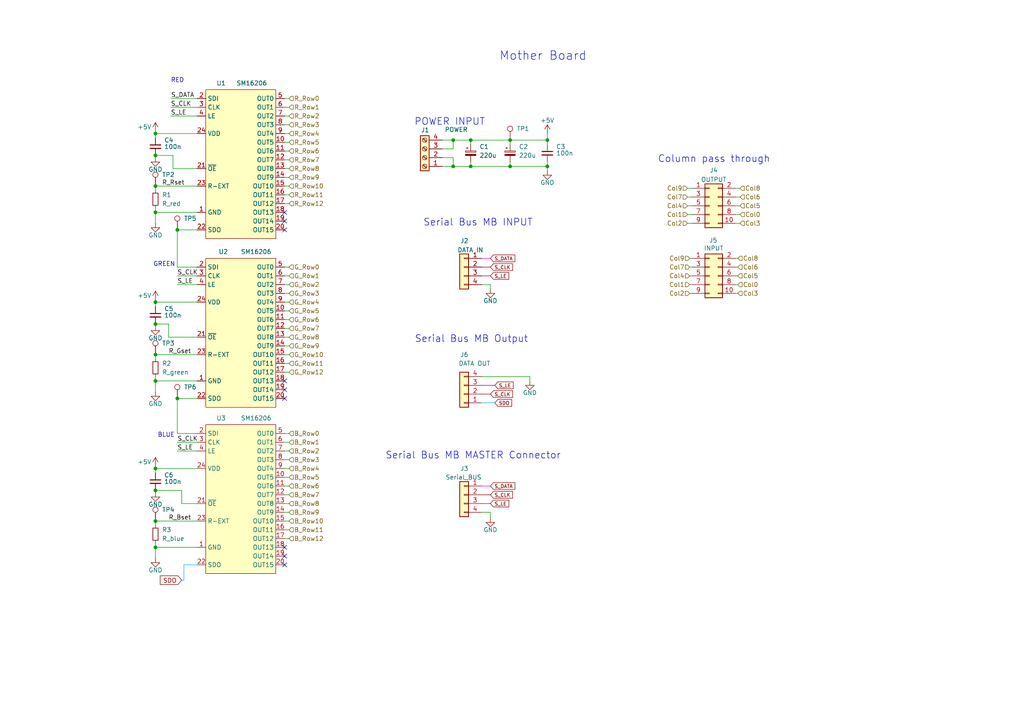
<source format=kicad_sch>
(kicad_sch (version 20230121) (generator eeschema)
  (paper "A4")
  (lib_symbols
    (symbol "Connector:Screw_Terminal_01x04" (pin_names (offset 1.016) hide)
      (property "Reference" "J" (at 0 5.08 0))
      (property "Value" "Screw_Terminal_01x04" (at 0 -7.62 0))
      (symbol "Screw_Terminal_01x04_1_1"
        (rectangle (start -1.27 3.81) (end 1.27 -6.35) (stroke (width 0.254)) (fill (type background)))
        (circle (center 0 -5.08) (radius 0.635) (stroke (width 0.1524)))
        (circle (center 0 -2.54) (radius 0.635) (stroke (width 0.1524)))
        (polyline (pts (xy -0.5334 -4.7498) (xy 0.3302 -5.588)) (stroke (width 0.1524)))
        (polyline (pts (xy -0.5334 -2.2098) (xy 0.3302 -3.048)) (stroke (width 0.1524)))
        (polyline (pts (xy -0.5334 0.3302) (xy 0.3302 -0.508)) (stroke (width 0.1524)))
        (polyline (pts (xy -0.5334 2.8702) (xy 0.3302 2.032)) (stroke (width 0.1524)))
        (polyline (pts (xy -0.3556 -4.572) (xy 0.508 -5.4102)) (stroke (width 0.1524)))
        (polyline (pts (xy -0.3556 -2.032) (xy 0.508 -2.8702)) (stroke (width 0.1524)))
        (polyline (pts (xy -0.3556 0.508) (xy 0.508 -0.3302)) (stroke (width 0.1524)))
        (polyline (pts (xy -0.3556 3.048) (xy 0.508 2.2098)) (stroke (width 0.1524)))
        (circle (center 0 0) (radius 0.635) (stroke (width 0.1524)))
        (circle (center 0 2.54) (radius 0.635) (stroke (width 0.1524)))
        (pin passive line (at -5.08 2.54 0) (length 3.81) (name "Pin_1") (number "1"))
        (pin passive line (at -5.08 0 0) (length 3.81) (name "Pin_2") (number "2"))
        (pin passive line (at -5.08 -2.54 0) (length 3.81) (name "Pin_3") (number "3"))
        (pin passive line (at -5.08 -5.08 0) (length 3.81) (name "Pin_4") (number "4"))
      )
    )
    (symbol "Connector:TestPoint" (pin_numbers hide) (pin_names (offset 0.762) hide)
      (property "Reference" "TP" (at 0 6.858 0))
      (property "Value" "TestPoint" (at 0 5.08 0))
      (symbol "TestPoint_0_1"
        (circle (center 0 3.302) (radius 0.762))
      )
      (symbol "TestPoint_1_1"
        (pin passive line (at 0 0 90) (length 2.54) (name "1") (number "1"))
      )
    )
    (symbol "Connector_Generic:Conn_01x04" (pin_names (offset 1.016) hide)
      (property "Reference" "J" (at 0 5.08 0))
      (property "Value" "Conn_01x04" (at 0 -7.62 0))
      (symbol "Conn_01x04_1_1"
        (rectangle (start -1.27 -4.953) (end 0 -5.207) (stroke (width 0.1524)))
        (rectangle (start -1.27 -2.413) (end 0 -2.667) (stroke (width 0.1524)))
        (rectangle (start -1.27 0.127) (end 0 -0.127) (stroke (width 0.1524)))
        (rectangle (start -1.27 2.667) (end 0 2.413) (stroke (width 0.1524)))
        (rectangle (start -1.27 3.81) (end 1.27 -6.35) (stroke (width 0.254)) (fill (type background)))
        (pin passive line (at -5.08 2.54 0) (length 3.81) (name "Pin_1") (number "1"))
        (pin passive line (at -5.08 0 0) (length 3.81) (name "Pin_2") (number "2"))
        (pin passive line (at -5.08 -2.54 0) (length 3.81) (name "Pin_3") (number "3"))
        (pin passive line (at -5.08 -5.08 0) (length 3.81) (name "Pin_4") (number "4"))
      )
    )
    (symbol "Connector_Generic:Conn_02x05_Odd_Even" (pin_names (offset 1.016) hide)
      (property "Reference" "J" (at 1.27 7.62 0))
      (property "Value" "Conn_02x05_Odd_Even" (at 1.27 -7.62 0))
      (symbol "Conn_02x05_Odd_Even_1_1"
        (rectangle (start -1.27 -4.953) (end 0 -5.207) (stroke (width 0.1524)))
        (rectangle (start -1.27 -2.413) (end 0 -2.667) (stroke (width 0.1524)))
        (rectangle (start -1.27 0.127) (end 0 -0.127) (stroke (width 0.1524)))
        (rectangle (start -1.27 2.667) (end 0 2.413) (stroke (width 0.1524)))
        (rectangle (start -1.27 5.207) (end 0 4.953) (stroke (width 0.1524)))
        (rectangle (start -1.27 6.35) (end 3.81 -6.35) (stroke (width 0.254)) (fill (type background)))
        (rectangle (start 3.81 -4.953) (end 2.54 -5.207) (stroke (width 0.1524)))
        (rectangle (start 3.81 -2.413) (end 2.54 -2.667) (stroke (width 0.1524)))
        (rectangle (start 3.81 0.127) (end 2.54 -0.127) (stroke (width 0.1524)))
        (rectangle (start 3.81 2.667) (end 2.54 2.413) (stroke (width 0.1524)))
        (rectangle (start 3.81 5.207) (end 2.54 4.953) (stroke (width 0.1524)))
        (pin passive line (at -5.08 5.08 0) (length 3.81) (name "Pin_1") (number "1"))
        (pin passive line (at 7.62 -5.08 180) (length 3.81) (name "Pin_10") (number "10"))
        (pin passive line (at 7.62 5.08 180) (length 3.81) (name "Pin_2") (number "2"))
        (pin passive line (at -5.08 2.54 0) (length 3.81) (name "Pin_3") (number "3"))
        (pin passive line (at 7.62 2.54 180) (length 3.81) (name "Pin_4") (number "4"))
        (pin passive line (at -5.08 0 0) (length 3.81) (name "Pin_5") (number "5"))
        (pin passive line (at 7.62 0 180) (length 3.81) (name "Pin_6") (number "6"))
        (pin passive line (at -5.08 -2.54 0) (length 3.81) (name "Pin_7") (number "7"))
        (pin passive line (at 7.62 -2.54 180) (length 3.81) (name "Pin_8") (number "8"))
        (pin passive line (at -5.08 -5.08 0) (length 3.81) (name "Pin_9") (number "9"))
      )
    )
    (symbol "Device:C_Polarized_Small" (pin_numbers hide) (pin_names (offset 0.254) hide)
      (property "Reference" "C" (at 0.254 1.778 0))
      (property "Value" "C_Polarized_Small" (at 0.254 -2.032 0))
      (symbol "C_Polarized_Small_0_1"
        (rectangle (start -1.524 -0.3048) (end 1.524 -0.6858) (fill (type outline)))
        (rectangle (start -1.524 0.6858) (end 1.524 0.3048))
        (polyline (pts (xy -1.27 1.524) (xy -0.762 1.524)))
        (polyline (pts (xy -1.016 1.27) (xy -1.016 1.778)))
      )
      (symbol "C_Polarized_Small_1_1"
        (pin passive line (at 0 2.54 270) (length 1.8542) (name "~") (number "1"))
        (pin passive line (at 0 -2.54 90) (length 1.8542) (name "~") (number "2"))
      )
    )
    (symbol "Device:C_Small" (pin_numbers hide) (pin_names (offset 0.254) hide)
      (property "Reference" "C" (at 0.254 1.778 0))
      (property "Value" "C_Small" (at 0.254 -2.032 0))
      (symbol "C_Small_0_1"
        (polyline (pts (xy -1.524 -0.508) (xy 1.524 -0.508)) (stroke (width 0.3302)))
        (polyline (pts (xy -1.524 0.508) (xy 1.524 0.508)) (stroke (width 0.3048)))
      )
      (symbol "C_Small_1_1"
        (pin passive line (at 0 2.54 270) (length 2.032) (name "~") (number "1"))
        (pin passive line (at 0 -2.54 90) (length 2.032) (name "~") (number "2"))
      )
    )
    (symbol "Device:R_Small" (pin_numbers hide) (pin_names (offset 0.254) hide)
      (property "Reference" "R" (at 0.762 0.508 0))
      (property "Value" "R_Small" (at 0.762 -1.016 0))
      (symbol "R_Small_0_1"
        (rectangle (start -0.762 1.778) (end 0.762 -1.778) (stroke (width 0.2032)))
      )
      (symbol "R_Small_1_1"
        (pin passive line (at 0 2.54 270) (length 0.762) (name "~") (number "1"))
        (pin passive line (at 0 -2.54 90) (length 0.762) (name "~") (number "2"))
      )
    )
    (symbol "SM16206:SM16206"
      (property "Reference" "U" (at 0 27.94 0))
      (property "Value" "SM16206" (at 0 25.4 0))
      (symbol "SM16206_0_1"
        (rectangle (start -10.16 22.86) (end 10.16 -20.32) (fill (type background)))
      )
      (symbol "SM16206_1_1"
        (pin input line (at -12.7 -12.7 0) (length 2.54) (name "GND") (number "1"))
        (pin output line (at 12.7 7.62 180) (length 2.54) (name "OUT5") (number "10"))
        (pin output line (at 12.7 5.08 180) (length 2.54) (name "OUT6") (number "11"))
        (pin output line (at 12.7 2.54 180) (length 2.54) (name "OUT7") (number "12"))
        (pin output line (at 12.7 0 180) (length 2.54) (name "OUT8") (number "13"))
        (pin output line (at 12.7 -2.54 180) (length 2.54) (name "OUT9") (number "14"))
        (pin output line (at 12.7 -5.08 180) (length 2.54) (name "OUT10") (number "15"))
        (pin output line (at 12.7 -7.62 180) (length 2.54) (name "OUT11") (number "16"))
        (pin output line (at 12.7 -10.16 180) (length 2.54) (name "OUT12") (number "17"))
        (pin output line (at 12.7 -12.7 180) (length 2.54) (name "OUT13") (number "18"))
        (pin output line (at 12.7 -15.24 180) (length 2.54) (name "OUT14") (number "19"))
        (pin input line (at -12.7 20.32 0) (length 2.54) (name "SDI") (number "2"))
        (pin output line (at 12.7 -17.78 180) (length 2.54) (name "OUT15") (number "20"))
        (pin input line (at -12.7 0 0) (length 2.54) (name "~{OE}") (number "21"))
        (pin output line (at -12.7 -17.78 0) (length 2.54) (name "SDO") (number "22"))
        (pin input line (at -12.7 -5.08 0) (length 2.54) (name "R-EXT") (number "23"))
        (pin input line (at -12.7 10.16 0) (length 2.54) (name "VDD") (number "24"))
        (pin input line (at -12.7 17.78 0) (length 2.54) (name "CLK") (number "3"))
        (pin input line (at -12.7 15.24 0) (length 2.54) (name "LE") (number "4"))
        (pin output line (at 12.7 20.32 180) (length 2.54) (name "OUT0") (number "5"))
        (pin output line (at 12.7 17.78 180) (length 2.54) (name "OUT1") (number "6"))
        (pin output line (at 12.7 15.24 180) (length 2.54) (name "OUT2") (number "7"))
        (pin output line (at 12.7 12.7 180) (length 2.54) (name "OUT3") (number "8"))
        (pin output line (at 12.7 10.16 180) (length 2.54) (name "OUT4") (number "9"))
      )
    )
    (symbol "power:+5V" (power) (pin_names (offset 0))
      (property "Value" "+5V" (at 0 3.556 0))
      (symbol "+5V_0_1"
        (polyline (pts (xy -0.762 1.27) (xy 0 2.54)))
        (polyline (pts (xy 0 0) (xy 0 2.54)))
        (polyline (pts (xy 0 2.54) (xy 0.762 1.27)))
      )
      (symbol "+5V_1_1"
        (pin power_in line (at 0 0 90) (length 0) hide (name "+5V") (number "1"))
      )
    )
    (symbol "power:GND" (power) (pin_names (offset 0))
      (property "Value" "GND" (at 0 -3.81 0))
      (symbol "GND_0_1"
        (polyline (pts (xy 0 0) (xy 0 -1.27) (xy 1.27 -1.27) (xy 0 -2.54) (xy -1.27 -1.27) (xy 0 -1.27)))
      )
      (symbol "GND_1_1"
        (pin power_in line (at 0 0 270) (length 0) hide (name "GND") (number "1"))
      )
    )
  )
  (junction (at 45.085 61.595))
  (junction (at 158.75 48.26))
  (junction (at 136.525 40.64))
  (junction (at 45.085 135.89))
  (junction (at 45.085 93.98))
  (junction (at 45.085 87.63))
  (junction (at 131.445 40.64))
  (junction (at 147.955 40.64))
  (junction (at 45.085 142.24))
  (junction (at 147.955 48.26))
  (junction (at 45.085 38.735))
  (junction (at 45.085 102.87))
  (junction (at 45.085 158.75))
  (junction (at 45.085 110.49))
  (junction (at 45.085 151.13))
  (junction (at 131.445 48.26))
  (junction (at 136.525 48.26))
  (junction (at 45.085 45.085))
  (junction (at 51.435 66.675))
  (junction (at 158.75 40.64))
  (junction (at 51.435 115.57))
  (junction (at 45.085 53.975))
  (no_connect (at 82.55 110.49))
  (no_connect (at 82.55 66.675))
  (no_connect (at 82.55 115.57))
  (no_connect (at 82.55 113.03))
  (no_connect (at 82.55 61.595))
  (no_connect (at 82.55 64.135))
  (no_connect (at 82.55 161.29))
  (no_connect (at 82.55 158.75))
  (no_connect (at 82.55 163.83))
  (wire (pts (xy 51.435 82.55) (xy 57.15 82.55)))
  (wire (pts (xy 51.435 80.01) (xy 57.15 80.01)))
  (wire (pts (xy 200.025 77.47) (xy 200.66 77.47)))
  (wire (pts (xy 45.085 38.735) (xy 57.15 38.735)))
  (wire (pts (xy 83.82 36.195) (xy 82.55 36.195)))
  (wire (pts (xy 57.15 146.05) (xy 52.705 146.05)))
  (wire (pts (xy 83.82 135.89) (xy 82.55 135.89)))
  (wire (pts (xy 48.895 97.79) (xy 48.895 93.98)))
  (wire (pts (xy 51.435 128.27) (xy 57.15 128.27)))
  (wire (pts (xy 45.085 110.49) (xy 45.085 113.665)))
  (wire (pts (xy 83.82 130.81) (xy 82.55 130.81)))
  (wire (pts (xy 45.085 87.63) (xy 57.15 87.63)))
  (wire (pts (xy 83.82 102.87) (xy 82.55 102.87)))
  (wire (pts (xy 45.085 94.615) (xy 45.085 93.98)))
  (wire (pts (xy 136.525 40.64) (xy 147.955 40.64)))
  (wire (pts (xy 53.34 163.83) (xy 53.34 168.275)) (stroke (width 0) (color 0 174 255 1)))
  (wire (pts (xy 45.085 151.13) (xy 57.15 151.13)))
  (wire (pts (xy 83.82 128.27) (xy 82.55 128.27)))
  (wire (pts (xy 57.15 48.895) (xy 50.165 48.895)))
  (wire (pts (xy 200.025 82.55) (xy 200.66 82.55)))
  (wire (pts (xy 83.82 85.09) (xy 82.55 85.09)))
  (wire (pts (xy 57.15 97.79) (xy 48.895 97.79)))
  (wire (pts (xy 153.67 109.22) (xy 139.7 109.22)))
  (wire (pts (xy 199.39 59.69) (xy 200.66 59.69)))
  (wire (pts (xy 45.085 88.9) (xy 45.085 87.63)))
  (wire (pts (xy 83.82 153.67) (xy 82.55 153.67)))
  (wire (pts (xy 83.82 95.25) (xy 82.55 95.25)))
  (wire (pts (xy 45.085 38.1) (xy 45.085 38.735)))
  (wire (pts (xy 83.82 148.59) (xy 82.55 148.59)))
  (wire (pts (xy 45.085 102.87) (xy 57.15 102.87)))
  (wire (pts (xy 45.085 109.22) (xy 45.085 110.49)))
  (wire (pts (xy 57.15 115.57) (xy 51.435 115.57)))
  (wire (pts (xy 199.39 54.61) (xy 200.66 54.61)))
  (wire (pts (xy 83.82 48.895) (xy 82.55 48.895)))
  (wire (pts (xy 45.085 157.48) (xy 45.085 158.75)))
  (wire (pts (xy 213.995 85.09) (xy 213.36 85.09)))
  (wire (pts (xy 142.24 83.82) (xy 142.24 82.55)))
  (wire (pts (xy 83.82 59.055) (xy 82.55 59.055)))
  (wire (pts (xy 128.27 43.18) (xy 131.445 43.18)))
  (wire (pts (xy 136.525 40.64) (xy 136.525 41.91)))
  (wire (pts (xy 83.82 80.01) (xy 82.55 80.01)))
  (wire (pts (xy 143.51 116.84) (xy 139.7 116.84)) (stroke (width 0) (color 0 174 255 1)))
  (wire (pts (xy 147.955 40.64) (xy 158.75 40.64)))
  (wire (pts (xy 45.085 55.245) (xy 45.085 53.975)))
  (wire (pts (xy 57.15 61.595) (xy 45.085 61.595)))
  (wire (pts (xy 147.955 41.91) (xy 147.955 40.64)))
  (wire (pts (xy 83.82 43.815) (xy 82.55 43.815)))
  (wire (pts (xy 45.085 152.4) (xy 45.085 151.13)))
  (wire (pts (xy 51.435 66.675) (xy 51.435 77.47)))
  (wire (pts (xy 83.82 56.515) (xy 82.55 56.515)))
  (wire (pts (xy 200.025 85.09) (xy 200.66 85.09)))
  (wire (pts (xy 199.39 62.23) (xy 200.66 62.23)))
  (wire (pts (xy 83.82 28.575) (xy 82.55 28.575)))
  (wire (pts (xy 51.435 77.47) (xy 57.15 77.47)))
  (wire (pts (xy 147.955 48.26) (xy 136.525 48.26)))
  (wire (pts (xy 83.82 105.41) (xy 82.55 105.41)))
  (wire (pts (xy 199.39 57.15) (xy 200.66 57.15)))
  (wire (pts (xy 45.085 135.89) (xy 57.15 135.89)))
  (wire (pts (xy 48.895 93.98) (xy 45.085 93.98)))
  (wire (pts (xy 83.82 100.33) (xy 82.55 100.33)))
  (wire (pts (xy 83.82 97.79) (xy 82.55 97.79)))
  (wire (pts (xy 45.085 60.325) (xy 45.085 61.595)))
  (wire (pts (xy 49.53 33.655) (xy 57.15 33.655)))
  (wire (pts (xy 214.63 57.15) (xy 213.36 57.15)))
  (wire (pts (xy 57.15 158.75) (xy 45.085 158.75)))
  (wire (pts (xy 158.75 40.64) (xy 158.75 41.91)))
  (wire (pts (xy 200.025 80.01) (xy 200.66 80.01)))
  (wire (pts (xy 142.24 148.59) (xy 139.7 148.59)))
  (wire (pts (xy 51.435 125.73) (xy 57.15 125.73)))
  (wire (pts (xy 83.82 77.47) (xy 82.55 77.47)))
  (wire (pts (xy 45.085 137.16) (xy 45.085 135.89)))
  (wire (pts (xy 49.53 31.115) (xy 57.15 31.115)))
  (wire (pts (xy 139.7 80.01) (xy 142.24 80.01)) (stroke (width 0) (color 132 0 132 1)))
  (wire (pts (xy 83.82 138.43) (xy 82.55 138.43)))
  (wire (pts (xy 57.15 28.575) (xy 49.5884 28.575)))
  (wire (pts (xy 83.82 140.97) (xy 82.55 140.97)))
  (wire (pts (xy 83.82 33.655) (xy 82.55 33.655)))
  (wire (pts (xy 45.085 158.75) (xy 45.085 161.925)))
  (wire (pts (xy 128.27 45.72) (xy 131.445 45.72)))
  (wire (pts (xy 143.51 111.76) (xy 139.7 111.76)) (stroke (width 0) (color 132 0 132 1)))
  (wire (pts (xy 83.82 107.95) (xy 82.55 107.95)))
  (wire (pts (xy 57.15 163.83) (xy 53.34 163.83)) (stroke (width 0) (color 0 174 255 1)))
  (wire (pts (xy 53.34 168.275) (xy 52.705 168.275)) (stroke (width 0) (color 0 174 255 1)))
  (wire (pts (xy 83.82 51.435) (xy 82.55 51.435)))
  (wire (pts (xy 131.445 40.64) (xy 136.525 40.64)))
  (wire (pts (xy 45.085 61.595) (xy 45.085 64.77)))
  (wire (pts (xy 142.24 114.3) (xy 139.7 114.3)) (stroke (width 0) (color 132 0 0 1)))
  (wire (pts (xy 147.955 46.99) (xy 147.955 48.26)))
  (wire (pts (xy 83.82 143.51) (xy 82.55 143.51)))
  (wire (pts (xy 139.7 74.93) (xy 142.24 74.93)) (stroke (width 0) (color 255 0 176 1)))
  (wire (pts (xy 139.7 140.97) (xy 142.24 140.97)) (stroke (width 0) (color 255 0 176 1)))
  (wire (pts (xy 83.82 53.975) (xy 82.55 53.975)))
  (wire (pts (xy 128.27 40.64) (xy 131.445 40.64)))
  (wire (pts (xy 50.165 45.085) (xy 45.085 45.085)))
  (wire (pts (xy 136.525 46.99) (xy 136.525 48.26)))
  (wire (pts (xy 214.63 54.61) (xy 213.36 54.61)))
  (wire (pts (xy 51.435 130.81) (xy 57.15 130.81)))
  (wire (pts (xy 52.705 146.05) (xy 52.705 142.24)))
  (wire (pts (xy 139.7 143.51) (xy 142.24 143.51)) (stroke (width 0) (color 132 0 0 1)))
  (wire (pts (xy 83.82 146.05) (xy 82.55 146.05)))
  (wire (pts (xy 45.085 86.995) (xy 45.085 87.63)))
  (wire (pts (xy 139.7 146.05) (xy 142.24 146.05)) (stroke (width 0) (color 132 0 132 1)))
  (wire (pts (xy 45.085 142.875) (xy 45.085 142.24)))
  (wire (pts (xy 45.085 104.14) (xy 45.085 102.87)))
  (wire (pts (xy 153.67 110.49) (xy 153.67 109.22)))
  (wire (pts (xy 83.82 151.13) (xy 82.55 151.13)))
  (wire (pts (xy 83.82 46.355) (xy 82.55 46.355)))
  (wire (pts (xy 45.085 40.005) (xy 45.085 38.735)))
  (wire (pts (xy 45.085 45.72) (xy 45.085 45.085)))
  (wire (pts (xy 51.435 115.57) (xy 51.435 125.73)))
  (wire (pts (xy 83.82 125.73) (xy 82.55 125.73)))
  (wire (pts (xy 83.82 87.63) (xy 82.55 87.63)))
  (wire (pts (xy 57.15 66.675) (xy 51.435 66.675)))
  (wire (pts (xy 131.445 45.72) (xy 131.445 48.26)))
  (wire (pts (xy 131.445 48.26) (xy 136.525 48.26)))
  (wire (pts (xy 213.995 80.01) (xy 213.36 80.01)))
  (wire (pts (xy 83.82 38.735) (xy 82.55 38.735)))
  (wire (pts (xy 213.995 74.93) (xy 213.36 74.93)))
  (wire (pts (xy 52.705 142.24) (xy 45.085 142.24)))
  (wire (pts (xy 50.165 48.895) (xy 50.165 45.085)))
  (wire (pts (xy 214.63 59.69) (xy 213.36 59.69)))
  (wire (pts (xy 139.7 77.47) (xy 142.24 77.47)) (stroke (width 0) (color 132 0 0 1)))
  (wire (pts (xy 200.025 74.93) (xy 200.66 74.93)))
  (wire (pts (xy 83.82 41.275) (xy 82.55 41.275)))
  (wire (pts (xy 57.15 110.49) (xy 45.085 110.49)))
  (wire (pts (xy 45.085 135.255) (xy 45.085 135.89)))
  (wire (pts (xy 142.24 82.55) (xy 139.7 82.55)))
  (wire (pts (xy 214.63 62.23) (xy 213.36 62.23)))
  (wire (pts (xy 83.82 156.21) (xy 82.55 156.21)))
  (wire (pts (xy 213.995 82.55) (xy 213.36 82.55)))
  (wire (pts (xy 83.82 31.115) (xy 82.55 31.115)))
  (wire (pts (xy 199.39 64.77) (xy 200.66 64.77)))
  (wire (pts (xy 147.955 48.26) (xy 158.75 48.26)))
  (wire (pts (xy 158.75 48.26) (xy 158.75 46.99)))
  (wire (pts (xy 131.445 43.18) (xy 131.445 40.64)))
  (wire (pts (xy 83.82 90.17) (xy 82.55 90.17)))
  (wire (pts (xy 158.75 38.735) (xy 158.75 40.64)))
  (wire (pts (xy 45.085 53.975) (xy 57.15 53.975)))
  (wire (pts (xy 83.82 92.71) (xy 82.55 92.71)))
  (wire (pts (xy 83.82 82.55) (xy 82.55 82.55)))
  (wire (pts (xy 142.24 150.241) (xy 142.24 148.59)))
  (wire (pts (xy 213.995 77.47) (xy 213.36 77.47)))
  (wire (pts (xy 158.75 48.26) (xy 158.75 49.53)))
  (wire (pts (xy 214.63 64.77) (xy 213.36 64.77)))
  (wire (pts (xy 83.82 133.35) (xy 82.55 133.35)))
  (wire (pts (xy 131.445 48.26) (xy 128.27 48.26)))
  (text "Serial Bus MB MASTER Connector" (at 111.76 133.35 0) (effects (font (size 2 2)) (justify left bottom)))
  (text "BLUE\n" (at 45.72 127 0) (effects (font (size 1.27 1.27)) (justify left bottom)))
  (text "RED" (at 49.53 24.13 0) (effects (font (size 1.27 1.27)) (justify left bottom)))
  (text "Serial Bus MB INPUT\n" (at 154.559 65.786 0) (effects (font (size 2 2)) (justify right bottom)))
  (text "Mother Board\n" (at 144.78 17.78 0) (effects (font (size 2.5 2.5)) (justify left bottom)))
  (text "Serial Bus MB Output\n" (at 120.269 99.568 0) (effects (font (size 2 2)) (justify left bottom)))
  (text "POWER INPUT\n" (at 120.142 36.576 0) (effects (font (size 2 2)) (justify left bottom)))
  (text "Column pass through" (at 190.754 47.371 0) (effects (font (size 2 2)) (justify left bottom)))
  (text "GREEN\n" (at 44.45 77.47 0) (effects (font (size 1.27 1.27)) (justify left bottom)))
  (label "R_Bset" (at 48.895 151.13 0))
  (label "S_LE" (at 51.435 130.81 0))
  (label "R_Rset" (at 46.99 53.975 0))
  (label "S_DATA" (at 49.5884 28.575 0))
  (label "S_LE" (at 51.435 82.55 0))
  (label "S_CLK" (at 51.435 80.01 0))
  (label "S_CLK" (at 51.435 128.27 0))
  (label "S_CLK" (at 49.53 31.115 0))
  (label "S_LE" (at 49.53 33.655 0))
  (label "R_Gset" (at 48.895 102.87 0))
  (global_label "S_DATA" (shape input) (at 142.24 140.97 0) (effects (font (size 1 1))) (property "Intersheetrefs" "${INTERSHEET_REFS}" (effects hide)))
  (global_label "S_CLK" (shape input) (at 142.24 77.47 0) (effects (font (size 1 1))) (property "Intersheetrefs" "${INTERSHEET_REFS}" (effects hide)))
  (global_label "S_CLK" (shape input) (at 142.24 114.3 0) (effects (font (size 1 1))) (property "Intersheetrefs" "${INTERSHEET_REFS}" (effects hide)))
  (global_label "SDO" (shape input) (at 143.51 116.84 0) (effects (font (size 1 1))) (property "Intersheetrefs" "${INTERSHEET_REFS}" (effects hide)))
  (global_label "S_LE" (shape input) (at 142.24 146.05 0) (effects (font (size 1 1))) (property "Intersheetrefs" "${INTERSHEET_REFS}" (effects hide)))
  (global_label "S_CLK" (shape input) (at 142.24 143.51 0) (effects (font (size 1 1))) (property "Intersheetrefs" "${INTERSHEET_REFS}" (effects hide)))
  (global_label "S_LE" (shape input) (at 142.24 80.01 0) (effects (font (size 1 1))) (property "Intersheetrefs" "${INTERSHEET_REFS}" (effects hide)))
  (global_label "S_DATA" (shape input) (at 142.24 74.93 0) (effects (font (size 1 1))) (property "Intersheetrefs" "${INTERSHEET_REFS}" (effects hide)))
  (global_label "SDO" (shape input) (at 52.705 168.275 180) (property "Intersheetrefs" "${INTERSHEET_REFS}" (effects hide)))
  (global_label "S_LE" (shape input) (at 143.51 111.76 0) (effects (font (size 1 1))) (property "Intersheetrefs" "${INTERSHEET_REFS}" (effects hide)))
  (hierarchical_label "R_Row2" (shape input) (at 83.82 33.655 0))
  (hierarchical_label "G_Row5" (shape input) (at 83.82 90.17 0))
  (hierarchical_label "B_Row6" (shape input) (at 83.82 140.97 0))
  (hierarchical_label "B_Row5" (shape input) (at 83.82 138.43 0))
  (hierarchical_label "Col3" (shape input) (at 213.995 85.09 0))
  (hierarchical_label "R_Row11" (shape input) (at 83.82 56.515 0))
  (hierarchical_label "B_Row8" (shape input) (at 83.82 146.05 0))
  (hierarchical_label "G_Row4" (shape input) (at 83.82 87.63 0))
  (hierarchical_label "Col5" (shape input) (at 213.995 80.01 0))
  (hierarchical_label "Col6" (shape input) (at 213.995 77.47 0))
  (hierarchical_label "R_Row4" (shape input) (at 83.82 38.735 0))
  (hierarchical_label "R_Row8" (shape input) (at 83.82 48.895 0))
  (hierarchical_label "B_Row9" (shape input) (at 83.82 148.59 0))
  (hierarchical_label "G_Row6" (shape input) (at 83.82 92.71 0))
  (hierarchical_label "R_Row12" (shape input) (at 83.82 59.055 0))
  (hierarchical_label "G_Row0" (shape input) (at 83.82 77.47 0))
  (hierarchical_label "Col9" (shape input) (at 200.025 74.93 180))
  (hierarchical_label "R_Row10" (shape input) (at 83.82 53.975 0))
  (hierarchical_label "G_Row1" (shape input) (at 83.82 80.01 0))
  (hierarchical_label "G_Row9" (shape input) (at 83.82 100.33 0))
  (hierarchical_label "Col0" (shape input) (at 213.995 82.55 0))
  (hierarchical_label "R_Row7" (shape input) (at 83.82 46.355 0))
  (hierarchical_label "Col7" (shape input) (at 200.025 77.47 180))
  (hierarchical_label "B_Row1" (shape input) (at 83.82 128.27 0))
  (hierarchical_label "Col4" (shape input) (at 199.39 59.69 180))
  (hierarchical_label "Col8" (shape input) (at 213.995 74.93 0))
  (hierarchical_label "B_Row0" (shape input) (at 83.82 125.73 0))
  (hierarchical_label "G_Row2" (shape input) (at 83.82 82.55 0))
  (hierarchical_label "Col1" (shape input) (at 200.025 82.55 180))
  (hierarchical_label "R_Row9" (shape input) (at 83.82 51.435 0))
  (hierarchical_label "R_Row1" (shape input) (at 83.82 31.115 0))
  (hierarchical_label "B_Row7" (shape input) (at 83.82 143.51 0))
  (hierarchical_label "R_Row5" (shape input) (at 83.82 41.275 0))
  (hierarchical_label "R_Row3" (shape input) (at 83.82 36.195 0))
  (hierarchical_label "G_Row10" (shape input) (at 83.82 102.87 0))
  (hierarchical_label "G_Row7" (shape input) (at 83.82 95.25 0))
  (hierarchical_label "Col0" (shape input) (at 214.63 62.23 0))
  (hierarchical_label "Col6" (shape input) (at 214.63 57.15 0))
  (hierarchical_label "Col7" (shape input) (at 199.39 57.15 180))
  (hierarchical_label "Col4" (shape input) (at 200.025 80.01 180))
  (hierarchical_label "Col3" (shape input) (at 214.63 64.77 0))
  (hierarchical_label "Col8" (shape input) (at 214.63 54.61 0))
  (hierarchical_label "Col5" (shape input) (at 214.63 59.69 0))
  (hierarchical_label "Col9" (shape input) (at 199.39 54.61 180))
  (hierarchical_label "B_Row3" (shape input) (at 83.82 133.35 0))
  (hierarchical_label "B_Row11" (shape input) (at 83.82 153.67 0))
  (hierarchical_label "Col2" (shape input) (at 199.39 64.77 180))
  (hierarchical_label "G_Row12" (shape input) (at 83.82 107.95 0))
  (hierarchical_label "Col1" (shape input) (at 199.39 62.23 180))
  (hierarchical_label "R_Row0" (shape input) (at 83.82 28.575 0))
  (hierarchical_label "B_Row12" (shape input) (at 83.82 156.21 0))
  (hierarchical_label "B_Row2" (shape input) (at 83.82 130.81 0))
  (hierarchical_label "G_Row3" (shape input) (at 83.82 85.09 0))
  (hierarchical_label "G_Row8" (shape input) (at 83.82 97.79 0))
  (hierarchical_label "B_Row10" (shape input) (at 83.82 151.13 0))
  (hierarchical_label "B_Row4" (shape input) (at 83.82 135.89 0))
  (hierarchical_label "Col2" (shape input) (at 200.025 85.09 180))
  (hierarchical_label "G_Row11" (shape input) (at 83.82 105.41 0))
  (hierarchical_label "R_Row6" (shape input) (at 83.82 43.815 0))
  (symbol (lib_id "Device:R_Small") (at 45.085 154.94 0) (unit 1)
    (property "Reference" "R3" (at 46.99 153.6699 0) (effects (justify left)))
    (property "Value" "R_blue" (at 46.99 156.2099 0) (effects (justify left)))
    (property "Footprint" "Resistor_SMD:R_0805_2012Metric_Pad1.20x1.40mm_HandSolder" (effects hide))
    (instances (project "mother matrix" (path "" (reference "R3") (unit 1)) (path "" (reference "R3") (unit 1))) (project "LED_panel_matrix" (path "" (reference "R316") (unit 1))))
  )
  (symbol (lib_id "power:GND") (at 142.24 150.241 0) (unit 1)
    (property "Reference" "#PWR025" (effects hide))
    (property "Value" "GND" (at 142.24 153.67 0))
  )
  (symbol (lib_id "Connector:Screw_Terminal_01x04") (at 123.19 45.72 180) (unit 1)
    (property "Reference" "J1" (at 123.317 37.719 0))
    (property "Value" "POWER" (at 132.334 37.592 0))
    (property "Footprint" "TerminalBlock:TerminalBlock_bornier-4_P5.08mm" (effects hide))
    (instances (project "mother matrix" (path "" (reference "J1") (unit 1)) (path "" (reference "J1") (unit 1))) (project "LED_panel_matrix" (path "" (reference "J302") (unit 1))))
  )
  (symbol (lib_id "power:GND") (at 45.085 161.925 0) (unit 1)
    (property "Reference" "#PWR033" (effects hide))
    (property "Value" "GND" (at 45.085 165.354 0))
  )
  (symbol (lib_id "Connector:TestPoint") (at 45.085 53.975 0) (unit 1)
    (property "Reference" "TP2" (at 46.99 50.6729 0) (effects (justify left)))
    (property "Value" "TestPoint" (effects hide))
    (property "Footprint" "TestPoint:TestPoint_Pad_1.0x1.0mm" (effects hide))
    (instances (project "mother matrix" (path "" (reference "TP2") (unit 1)) (path "" (reference "TP1") (unit 1))) (project "LED_panel_matrix" (path "" (reference "TP303") (unit 1))))
  )
  (symbol (lib_id "power:GND") (at 45.085 64.77 0) (unit 1)
    (property "Reference" "#PWR028" (effects hide))
    (property "Value" "GND" (at 45.085 68.199 0))
  )
  (symbol (lib_id "power:+5V") (at 158.75 38.735 0) (unit 1)
    (property "Reference" "#PWR01" (effects hide))
    (property "Value" "+5V" (at 158.75 34.925 0))
    (instances (project "mother matrix" (path "" (reference "#PWR01") (unit 1)) (path "" (reference "#PWR012") (unit 1))) (project "LED_panel_matrix" (path "" (reference "#PWR0308") (unit 1))))
  )
  (symbol (lib_id "Connector:TestPoint") (at 45.085 102.87 0) (unit 1)
    (property "Reference" "TP3" (at 46.99 99.5679 0) (effects (justify left)))
    (property "Value" "TestPoint" (effects hide))
    (property "Footprint" "TestPoint:TestPoint_Pad_1.0x1.0mm" (effects hide))
    (instances (project "mother matrix" (path "" (reference "TP3") (unit 1)) (path "" (reference "TP2") (unit 1))) (project "LED_panel_matrix" (path "" (reference "TP304") (unit 1))))
  )
  (symbol (lib_id "Device:C_Small") (at 45.085 91.44 0) (unit 1)
    (property "Reference" "C5" (at 47.625 89.535 0) (effects (justify left)))
    (property "Value" "100n" (at 47.625 91.44 0) (effects (justify left)))
    (property "Footprint" "Capacitor_SMD:C_0603_1608Metric_Pad1.08x0.95mm_HandSolder" (effects hide))
    (instances (project "mother matrix" (path "" (reference "C5") (unit 1)) (path "" (reference "C3") (unit 1))) (project "LED_panel_matrix" (path "" (reference "C315") (unit 1))))
  )
  (symbol (lib_id "power:+5V") (at 45.085 135.255 0) (unit 1)
    (property "Reference" "#PWR011" (effects hide))
    (property "Value" "+5V" (at 41.91 133.985 0))
    (instances (project "mother matrix" (path "" (reference "#PWR011") (unit 1)) (path "" (reference "#PWR09") (unit 1))) (project "LED_panel_matrix" (path "" (reference "#PWR0332") (unit 1))))
  )
  (symbol (lib_id "Connector_Generic:Conn_01x04") (at 134.62 114.3 180) (unit 1)
    (property "Reference" "J6" (at 135.89 102.87 0) (effects (justify left)))
    (property "Value" "DATA OUT" (at 142.24 105.41 0) (effects (justify left)))
    (property "Footprint" "Connector_PinSocket_2.54mm:PinSocket_1x04_P2.54mm_Vertical_SMD_Pin1Right" (effects hide))
    (instances (project "mother matrix" (path "" (reference "J6") (unit 1)) (path "" (reference "J3") (unit 1))) (project "LED_panel_matrix" (path "" (reference "J309") (unit 1))))
  )
  (symbol (lib_id "Connector_Generic:Conn_01x04") (at 134.62 77.47 0) (mirror y) (unit 1)
    (property "Reference" "J2" (at 135.89 69.85 0) (effects (justify left)))
    (property "Value" "DATA IN" (at 140.208 72.517 0) (effects (justify left)))
    (property "Footprint" "Connector_PinSocket_2.54mm:PinSocket_1x04_P2.54mm_Vertical_SMD_Pin1Right" (effects hide))
    (instances (project "mother matrix" (path "" (reference "J2") (unit 1)) (path "" (reference "J2") (unit 1))) (project "LED_panel_matrix" (path "" (reference "J308") (unit 1))))
  )
  (symbol (lib_id "power:GND") (at 45.085 113.665 0) (unit 1)
    (property "Reference" "#PWR030" (effects hide))
    (property "Value" "GND" (at 45.085 117.094 0))
  )
  (symbol (lib_id "Device:C_Polarized_Small") (at 136.525 44.45 0) (unit 1)
    (property "Reference" "C1" (at 139.065 42.545 0) (effects (justify left)))
    (property "Value" "220u" (at 139.065 45.085 0) (effects (justify left)))
    (property "Footprint" "Capacitor_SMD:CP_Elec_8x10.5" (effects hide))
    (instances (project "mother matrix" (path "" (reference "C1") (unit 1)) (path "" (reference "C1") (unit 1))) (project "LED_panel_matrix" (path "" (reference "C301") (unit 1))))
  )
  (symbol (lib_id "Connector_Generic:Conn_01x04") (at 134.62 143.51 0) (mirror y) (unit 1)
    (property "Reference" "J3" (at 135.89 135.89 0) (effects (justify left)))
    (property "Value" "Serial_BUS" (at 139.7 138.43 0) (effects (justify left)))
    (property "Footprint" "Connector_PinSocket_2.54mm:PinSocket_1x04_P2.54mm_Vertical_SMD_Pin1Right" (effects hide))
    (instances (project "mother matrix" (path "" (reference "J3") (unit 1)) (path "" (reference "J4") (unit 1))) (project "LED_panel_matrix" (path "" (reference "J310") (unit 1))))
  )
  (symbol (lib_id "power:+5V") (at 45.085 38.1 0) (unit 1)
    (property "Reference" "#PWR05" (effects hide))
    (property "Value" "+5V" (at 41.91 36.83 0))
    (instances (project "mother matrix" (path "" (reference "#PWR05") (unit 1)) (path "" (reference "#PWR03") (unit 1))) (project "LED_panel_matrix" (path "" (reference "#PWR0326") (unit 1))))
  )
  (symbol (lib_id "Connector:TestPoint") (at 45.085 151.13 0) (unit 1)
    (property "Reference" "TP4" (at 46.99 147.8279 0) (effects (justify left)))
    (property "Value" "TestPoint" (effects hide))
    (property "Footprint" "TestPoint:TestPoint_Pad_1.0x1.0mm" (effects hide))
    (instances (project "mother matrix" (path "" (reference "TP4") (unit 1)) (path "" (reference "TP3") (unit 1))) (project "LED_panel_matrix" (path "" (reference "TP305") (unit 1))))
  )
  (symbol (lib_id "Device:C_Small") (at 158.75 44.45 0) (unit 1)
    (property "Reference" "C3" (at 161.29 42.545 0) (effects (justify left)))
    (property "Value" "100n" (at 161.29 44.45 0) (effects (justify left)))
    (property "Footprint" "Capacitor_SMD:C_0603_1608Metric_Pad1.08x0.95mm_HandSolder" (effects hide))
    (instances (project "mother matrix" (path "" (reference "C3") (unit 1)) (path "" (reference "C6") (unit 1))) (project "LED_panel_matrix" (path "" (reference "C303") (unit 1))))
  )
  (symbol (lib_id "Device:R_Small") (at 45.085 57.785 0) (unit 1)
    (property "Reference" "R1" (at 46.99 56.5149 0) (effects (justify left)))
    (property "Value" "R_red" (at 46.99 59.0549 0) (effects (justify left)))
    (property "Footprint" "Resistor_SMD:R_0805_2012Metric_Pad1.20x1.40mm_HandSolder" (effects hide))
    (instances (project "mother matrix" (path "" (reference "R1") (unit 1)) (path "" (reference "R1") (unit 1))) (project "LED_panel_matrix" (path "" (reference "R314") (unit 1))))
  )
  (symbol (lib_id "Connector:TestPoint") (at 51.435 115.57 0) (unit 1)
    (property "Reference" "TP6" (at 53.34 112.2679 0) (effects (justify left)))
    (property "Value" "TestPoint" (effects hide))
    (property "Footprint" "TestPoint:TestPoint_Pad_1.0x1.0mm" (effects hide))
    (instances (project "mother matrix" (path "" (reference "TP6") (unit 1)) (path "" (reference "TP6") (unit 1))) (project "LED_panel_matrix" (path "" (reference "TP307") (unit 1))))
  )
  (symbol (lib_id "power:GND") (at 142.24 83.82 0) (unit 1)
    (property "Reference" "#PWR026" (effects hide))
    (property "Value" "GND" (at 142.24 87.249 0))
  )
  (symbol (lib_id "power:+5V") (at 45.085 86.995 0) (unit 1)
    (property "Reference" "#PWR08" (effects hide))
    (property "Value" "+5V" (at 41.91 85.725 0))
    (instances (project "mother matrix" (path "" (reference "#PWR08") (unit 1)) (path "" (reference "#PWR06") (unit 1))) (project "LED_panel_matrix" (path "" (reference "#PWR0329") (unit 1))))
  )
  (symbol (lib_id "Connector:TestPoint") (at 51.435 66.675 0) (unit 1)
    (property "Reference" "TP5" (at 53.34 63.3729 0) (effects (justify left)))
    (property "Value" "TestPoint" (effects hide))
    (property "Footprint" "TestPoint:TestPoint_Pad_1.0x1.0mm" (effects hide))
    (instances (project "mother matrix" (path "" (reference "TP5") (unit 1)) (path "" (reference "TP5") (unit 1))) (project "LED_panel_matrix" (path "" (reference "TP306") (unit 1))))
  )
  (symbol (lib_id "power:GND") (at 45.085 94.615 0) (unit 1)
    (property "Reference" "#PWR031" (effects hide))
    (property "Value" "GND" (at 45.085 98.044 0))
  )
  (symbol (lib_id "Device:C_Small") (at 45.085 42.545 0) (unit 1)
    (property "Reference" "C4" (at 47.625 40.64 0) (effects (justify left)))
    (property "Value" "100n" (at 47.625 42.545 0) (effects (justify left)))
    (property "Footprint" "Capacitor_SMD:C_0603_1608Metric_Pad1.08x0.95mm_HandSolder" (effects hide))
    (instances (project "mother matrix" (path "" (reference "C4") (unit 1)) (path "" (reference "C2") (unit 1))) (project "LED_panel_matrix" (path "" (reference "C314") (unit 1))))
  )
  (symbol (lib_id "power:GND") (at 45.085 142.875 0) (unit 1)
    (property "Reference" "#PWR032" (effects hide))
    (property "Value" "GND" (at 45.085 146.304 0))
  )
  (symbol (lib_id "power:GND") (at 45.085 45.72 0) (unit 1)
    (property "Reference" "#PWR029" (effects hide))
    (property "Value" "GND" (at 45.085 49.149 0))
  )
  (symbol (lib_id "SM16206:SM16206") (at 69.85 48.895 0) (unit 1)
    (property "Reference" "U1" (at 64.135 24.13 0))
    (property "Value" "SM16206" (at 73.025 24.13 0))
    (property "Footprint" "Package_SO:SSOP-24_3.9x8.7mm_P0.635mm" (effects hide))
    (instances (project "mother matrix" (path "" (reference "U1") (unit 1)) (path "" (reference "U1") (unit 1))) (project "LED_panel_matrix" (path "" (reference "U304") (unit 1))))
  )
  (symbol (lib_id "power:GND") (at 153.67 110.49 0) (unit 1)
    (property "Reference" "#PWR014" (effects hide))
    (property "Value" "GND" (at 153.67 113.919 0))
  )
  (symbol (lib_id "Device:C_Polarized_Small") (at 147.955 44.45 0) (unit 1)
    (property "Reference" "C2" (at 150.495 42.545 0) (effects (justify left)))
    (property "Value" "220u" (at 150.495 45.085 0) (effects (justify left)))
    (property "Footprint" "Capacitor_SMD:CP_Elec_8x10.5" (effects hide))
    (instances (project "mother matrix" (path "" (reference "C2") (unit 1)) (path "" (reference "C5") (unit 1))) (project "LED_panel_matrix" (path "" (reference "C302") (unit 1))))
  )
  (symbol (lib_id "SM16206:SM16206") (at 69.85 97.79 0) (unit 1)
    (property "Reference" "U2" (at 64.77 73.025 0))
    (property "Value" "SM16206" (at 74.295 73.025 0))
    (property "Footprint" "Package_SO:SSOP-24_3.9x8.7mm_P0.635mm" (effects hide))
    (instances (project "mother matrix" (path "" (reference "U2") (unit 1)) (path "" (reference "U2") (unit 1))) (project "LED_panel_matrix" (path "" (reference "U305") (unit 1))))
  )
  (symbol (lib_id "Connector_Generic:Conn_02x05_Odd_Even") (at 205.74 59.69 0) (unit 1)
    (property "Reference" "J4" (at 207.01 49.403 0))
    (property "Value" "OUTPUT" (at 207.01 52.07 0))
    (property "Footprint" "Connector_PinHeader_2.54mm:PinHeader_2x05_P2.54mm_Vertical_SMD" (effects hide))
    (instances (project "mother matrix" (path "" (reference "J4") (unit 1)) (path "" (reference "J5") (unit 1))) (project "LED_panel_matrix" (path "" (reference "J303") (unit 1))))
  )
  (symbol (lib_id "power:GND") (at 158.75 49.53 0) (unit 1)
    (property "Reference" "#PWR027" (effects hide))
    (property "Value" "GND" (at 158.75 52.959 0))
  )
  (symbol (lib_id "SM16206:SM16206") (at 69.85 146.05 0) (unit 1)
    (property "Reference" "U3" (at 64.135 121.285 0))
    (property "Value" "SM16206" (at 74.295 121.285 0))
    (property "Footprint" "Package_SO:SSOP-24_3.9x8.7mm_P0.635mm" (effects hide))
    (instances (project "mother matrix" (path "" (reference "U3") (unit 1)) (path "" (reference "U3") (unit 1))) (project "LED_panel_matrix" (path "" (reference "U306") (unit 1))))
  )
  (symbol (lib_id "Connector_Generic:Conn_02x05_Odd_Even") (at 205.74 80.01 0) (unit 1)
    (property "Reference" "J5" (at 206.883 69.723 0))
    (property "Value" "INPUT" (at 207.01 72.009 0))
    (property "Footprint" "Connector_PinHeader_2.54mm:PinHeader_2x05_P2.54mm_Vertical_SMD" (effects hide))
    (instances (project "mother matrix" (path "" (reference "J5") (unit 1)) (path "" (reference "J6") (unit 1))) (project "LED_panel_matrix" (path "" (reference "J307") (unit 1))))
  )
  (symbol (lib_id "Connector:TestPoint") (at 147.955 40.64 0) (unit 1)
    (property "Reference" "TP1" (at 149.86 37.3379 0) (effects (justify left)))
    (property "Value" "TestPoint" (effects hide))
    (property "Footprint" "TestPoint:TestPoint_Pad_1.0x1.0mm" (effects hide))
    (instances (project "mother matrix" (path "" (reference "TP1") (unit 1)) (path "" (reference "TP4") (unit 1))) (project "LED_panel_matrix" (path "" (reference "TP301") (unit 1))))
  )
  (symbol (lib_id "Device:R_Small") (at 45.085 106.68 0) (unit 1)
    (property "Reference" "R2" (at 46.99 105.4099 0) (effects (justify left)))
    (property "Value" "R_green" (at 46.99 107.9499 0) (effects (justify left)))
    (property "Footprint" "Resistor_SMD:R_0805_2012Metric_Pad1.20x1.40mm_HandSolder" (effects hide))
    (instances (project "mother matrix" (path "" (reference "R2") (unit 1)) (path "" (reference "R2") (unit 1))) (project "LED_panel_matrix" (path "" (reference "R315") (unit 1))))
  )
  (symbol (lib_id "Device:C_Small") (at 45.085 139.7 0) (unit 1)
    (property "Reference" "C6" (at 47.625 137.795 0) (effects (justify left)))
    (property "Value" "100n" (at 47.625 139.7 0) (effects (justify left)))
    (property "Footprint" "Capacitor_SMD:C_0603_1608Metric_Pad1.08x0.95mm_HandSolder" (effects hide))
    (instances (project "mother matrix" (path "" (reference "C6") (unit 1)) (path "" (reference "C4") (unit 1))) (project "LED_panel_matrix" (path "" (reference "C316") (unit 1))))
  )
)
</source>
